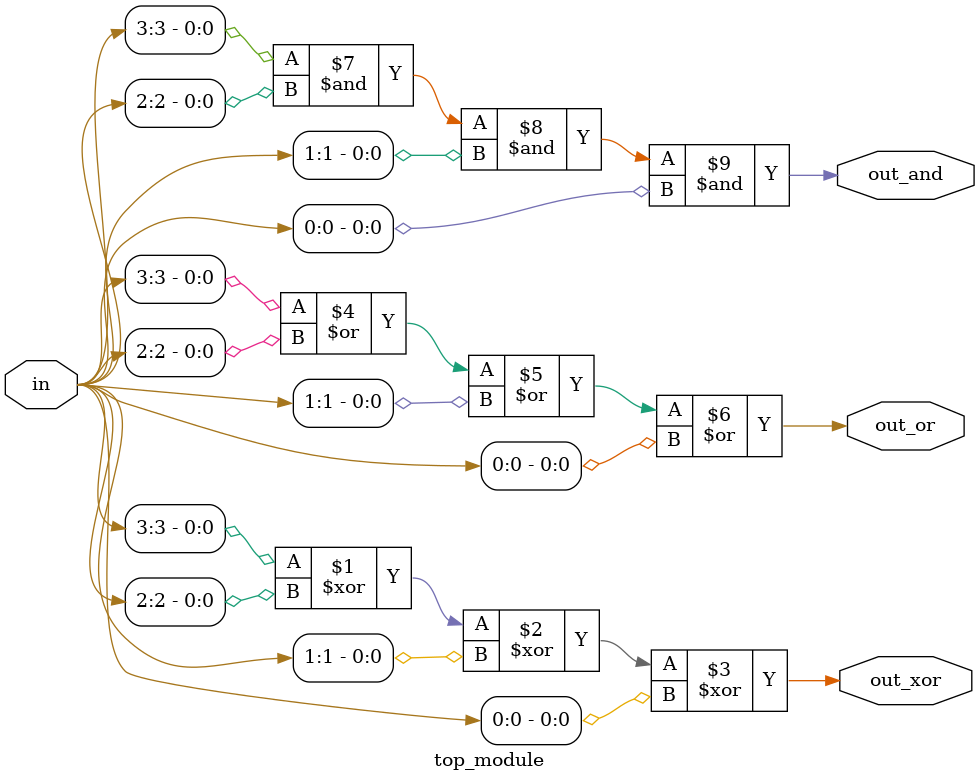
<source format=v>
module top_module( 
    input [3:0] in,
    output out_and,
    output out_or,
    output out_xor
);
    assign {out_and,out_or,out_xor} = {(in[3] & in[2] & in[1]&in[0]), (in[3]|in[2]|in[1]|in[0]), (in[3]^in[2]^in[1]^in[0])};
    
endmodule

</source>
